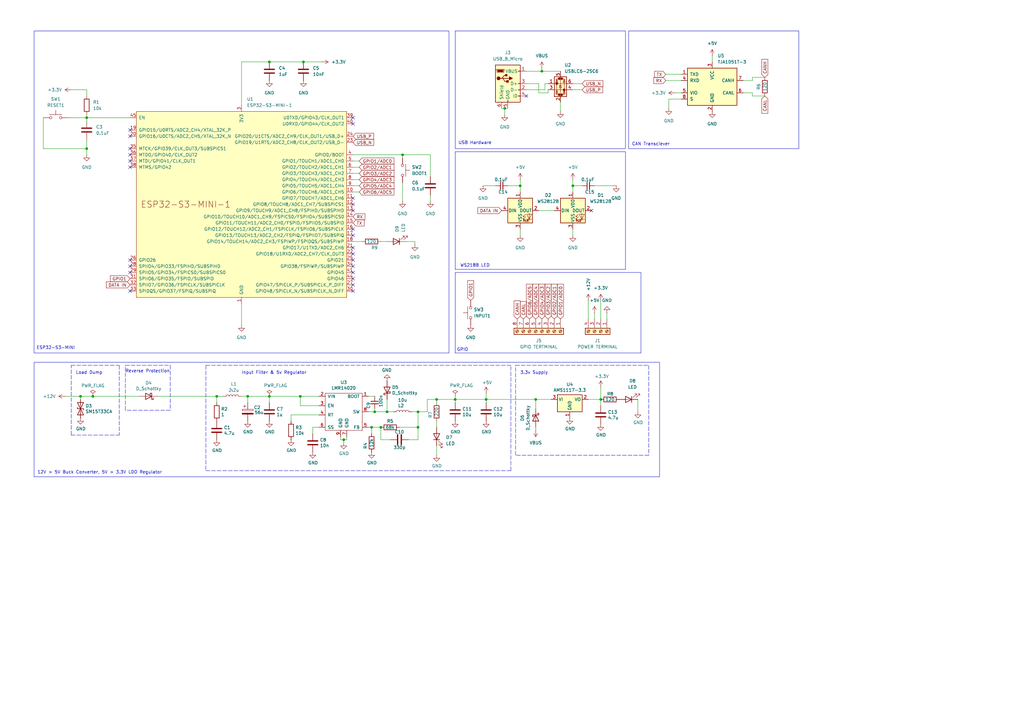
<source format=kicad_sch>
(kicad_sch (version 20231120) (generator "eeschema") (generator_version "8.0")
  (paper "A3")
  (lib_symbols
    (symbol "Connector:Screw_Terminal_01x04" (pin_names (offset 1.016) hide)
      (property "Reference" "J" (at 0 5.08 0))
      (property "Value" "Screw_Terminal_01x04" (at 0 -7.62 0))
      (symbol "Screw_Terminal_01x04_1_1"
        (pin passive line (at -5.08 2.54 0) (length 3.81) (name "Pin_1") (number "1"))
        (pin passive line (at -5.08 0 0) (length 3.81) (name "Pin_2") (number "2"))
        (pin passive line (at -5.08 -2.54 0) (length 3.81) (name "Pin_3") (number "3"))
        (pin passive line (at -5.08 -5.08 0) (length 3.81) (name "Pin_4") (number "4"))
      )
    )
    (symbol "Connector:Screw_Terminal_01x08" (pin_names (offset 1.016) hide)
      (property "Reference" "J" (at 0 10.16 0))
      (property "Value" "Screw_Terminal_01x08" (at 0 -12.7 0))
      (symbol "Screw_Terminal_01x08_1_1"
        (pin passive line (at -5.08 7.62 0) (length 3.81) (name "Pin_1") (number "1"))
        (pin passive line (at -5.08 5.08 0) (length 3.81) (name "Pin_2") (number "2"))
        (pin passive line (at -5.08 2.54 0) (length 3.81) (name "Pin_3") (number "3"))
        (pin passive line (at -5.08 0 0) (length 3.81) (name "Pin_4") (number "4"))
        (pin passive line (at -5.08 -2.54 0) (length 3.81) (name "Pin_5") (number "5"))
        (pin passive line (at -5.08 -5.08 0) (length 3.81) (name "Pin_6") (number "6"))
        (pin passive line (at -5.08 -7.62 0) (length 3.81) (name "Pin_7") (number "7"))
        (pin passive line (at -5.08 -10.16 0) (length 3.81) (name "Pin_8") (number "8"))
      )
    )
    (symbol "Connector:USB_B_Micro" (pin_names (offset 1.016))
      (property "Reference" "J" (at -5.08 11.43 0))
      (property "Value" "USB_B_Micro" (at -5.08 8.89 0))
      (symbol "USB_B_Micro_1_1"
        (pin power_out line (at 7.62 5.08 180) (length 2.54) (name "VBUS") (number "1"))
        (pin bidirectional line (at 7.62 -2.54 180) (length 2.54) (name "D-") (number "2"))
        (pin bidirectional line (at 7.62 0 180) (length 2.54) (name "D+") (number "3"))
        (pin passive line (at 7.62 -5.08 180) (length 2.54) (name "ID") (number "4"))
        (pin power_out line (at 0 -10.16 90) (length 2.54) (name "GND") (number "5"))
        (pin passive line (at -2.54 -10.16 90) (length 2.54) (name "Shield") (number "6"))
      )
    )
    (symbol "Device:C" (pin_numbers hide) (pin_names (offset 0.254))
      (property "Reference" "C" (at 0.635 2.54 0))
      (property "Value" "C" (at 0.635 -2.54 0))
      (symbol "C_1_1"
        (pin passive line (at 0 3.81 270) (length 2.794) (name "~") (number "1"))
        (pin passive line (at 0 -3.81 90) (length 2.794) (name "~") (number "2"))
      )
    )
    (symbol "Device:C_Polarized" (pin_numbers hide) (pin_names (offset 0.254))
      (property "Reference" "C" (at 0.635 2.54 0))
      (property "Value" "C_Polarized" (at 0.635 -2.54 0))
      (symbol "C_Polarized_1_1"
        (pin passive line (at 0 3.81 270) (length 2.794) (name "~") (number "1"))
        (pin passive line (at 0 -3.81 90) (length 2.794) (name "~") (number "2"))
      )
    )
    (symbol "Device:C_Small" (pin_numbers hide) (pin_names (offset 0.254) hide)
      (property "Reference" "C" (at 0.254 1.778 0))
      (property "Value" "C_Small" (at 0.254 -2.032 0))
      (symbol "C_Small_1_1"
        (pin passive line (at 0 2.54 270) (length 2.032) (name "~") (number "1"))
        (pin passive line (at 0 -2.54 90) (length 2.032) (name "~") (number "2"))
      )
    )
    (symbol "Device:D_Schottky" (pin_numbers hide) (pin_names (offset 1.016) hide)
      (property "Reference" "D" (at 0 2.54 0))
      (property "Value" "D_Schottky" (at 0 -2.54 0))
      (symbol "D_Schottky_1_1"
        (pin passive line (at -3.81 0 0) (length 2.54) (name "K") (number "1"))
        (pin passive line (at 3.81 0 180) (length 2.54) (name "A") (number "2"))
      )
    )
    (symbol "Device:D_TVS" (pin_numbers hide) (pin_names (offset 1.016) hide)
      (property "Reference" "D" (at 0 2.54 0))
      (property "Value" "D_TVS" (at 0 -2.54 0))
      (symbol "D_TVS_1_1"
        (pin passive line (at -3.81 0 0) (length 2.54) (name "A1") (number "1"))
        (pin passive line (at 3.81 0 180) (length 2.54) (name "A2") (number "2"))
      )
    )
    (symbol "Device:L" (pin_numbers hide) (pin_names (offset 1.016) hide)
      (property "Reference" "L" (at -1.27 0 90))
      (property "Value" "L" (at 1.905 0 90))
      (symbol "L_1_1"
        (pin passive line (at 0 3.81 270) (length 1.27) (name "1") (number "1"))
        (pin passive line (at 0 -3.81 90) (length 1.27) (name "2") (number "2"))
      )
    )
    (symbol "Device:LED" (pin_numbers hide) (pin_names (offset 1.016) hide)
      (property "Reference" "D" (at 0 2.54 0))
      (property "Value" "LED" (at 0 -2.54 0))
      (symbol "LED_1_1"
        (pin passive line (at -3.81 0 0) (length 2.54) (name "K") (number "1"))
        (pin passive line (at 3.81 0 180) (length 2.54) (name "A") (number "2"))
      )
    )
    (symbol "Device:R" (pin_numbers hide) (pin_names (offset 0))
      (property "Reference" "R" (at 2.032 0 90))
      (property "Value" "R" (at 0 0 90))
      (symbol "R_1_1"
        (pin passive line (at 0 3.81 270) (length 1.27) (name "~") (number "1"))
        (pin passive line (at 0 -3.81 90) (length 1.27) (name "~") (number "2"))
      )
    )
    (symbol "Interface_CAN_LIN:TJA1051T-3" (pin_names (offset 1.016))
      (property "Reference" "U" (at -10.16 8.89 0))
      (property "Value" "TJA1051T-3" (at 1.27 8.89 0))
      (symbol "TJA1051T-3_1_1"
        (pin input line (at -12.7 5.08 0) (length 2.54) (name "TXD") (number "1"))
        (pin power_in line (at 0 -10.16 90) (length 2.54) (name "GND") (number "2"))
        (pin power_in line (at 0 10.16 270) (length 2.54) (name "VCC") (number "3"))
        (pin output line (at -12.7 2.54 0) (length 2.54) (name "RXD") (number "4"))
        (pin power_in line (at -12.7 -2.54 0) (length 2.54) (name "VIO") (number "5"))
        (pin bidirectional line (at 12.7 -2.54 180) (length 2.54) (name "CANL") (number "6"))
        (pin bidirectional line (at 12.7 2.54 180) (length 2.54) (name "CANH") (number "7"))
        (pin input line (at -12.7 -5.08 0) (length 2.54) (name "S") (number "8"))
      )
    )
    (symbol "LED:WS2812B" (pin_names (offset 0.254))
      (property "Reference" "D" (at 5.08 5.715 0))
      (property "Value" "WS2812B" (at 1.27 -5.715 0))
      (symbol "WS2812B_0_0"
        (text "RGB" (at 2.286 -4.191 0) (effects (font (size 0.762 0.762))))
      )
      (symbol "WS2812B_1_1"
        (pin power_in line (at 0 7.62 270) (length 2.54) (name "VDD") (number "1"))
        (pin output line (at 7.62 0 180) (length 2.54) (name "DOUT") (number "2"))
        (pin power_in line (at 0 -7.62 90) (length 2.54) (name "VSS") (number "3"))
        (pin input line (at -7.62 0 0) (length 2.54) (name "DIN") (number "4"))
      )
    )
    (symbol "LMR14020:LMR14020" (pin_names (offset 1.016))
      (property "Reference" "U" (at -3.81 -11.43 0))
      (property "Value" "LMR14020" (at 2.54 8.89 0))
      (symbol "LMR14020_1_1"
        (pin bidirectional line (at 12.7 5.08 180) (length 2.54) (name "BOOT") (number "1"))
        (pin power_in line (at -7.62 5.08 0) (length 2.54) (name "VIN") (number "2"))
        (pin input line (at -7.62 1.27 0) (length 2.54) (name "EN") (number "3"))
        (pin bidirectional line (at -7.62 -2.54 0) (length 2.54) (name "RT") (number "4"))
        (pin input line (at 12.7 -7.62 180) (length 2.54) (name "FB") (number "5"))
        (pin bidirectional line (at -7.62 -7.62 0) (length 2.54) (name "SS") (number "6"))
        (pin power_in line (at 3.81 -11.43 90) (length 2.54) (name "GND") (number "7"))
        (pin power_out line (at 12.7 -1.27 180) (length 2.54) (name "SW") (number "8"))
        (pin power_in line (at 1.27 -11.43 90) (length 2.54) (name "GND") (number "9"))
      )
    )
    (symbol "PCM_Espressif:ESP32-S3-MINI-1" (pin_names (offset 1.016))
      (property "Reference" "U" (at -43.18 43.18 0))
      (property "Value" "ESP32-S3-MINI-1" (at -43.18 40.64 0))
      (symbol "ESP32-S3-MINI-1_0_0"
        (text "ESP32-S3-MINI-1" (at -22.86 0 0) (effects (font (size 2.54 2.54))))
        (pin power_in line (at 0 -40.64 90) (length 2.54) (name "GND") (number "1"))
        (pin bidirectional line (at 45.72 5.08 180) (length 2.54) (name "GPIO6/TOUCH6/ADC1_CH5") (number "10"))
        (pin bidirectional line (at 45.72 2.54 180) (length 2.54) (name "GPIO7/TOUCH7/ADC1_CH6") (number "11"))
        (pin bidirectional line (at 45.72 0 180) (length 2.54) (name "GPIO8/TOUCH8/ADC1_CH7/SUBSPICS1") (number "12"))
        (pin bidirectional line (at 45.72 -2.54 180) (length 2.54) (name "GPIO9/TOUCH9/ADC1_CH8/FSPIHD/SUBSPIHD") (number "13"))
        (pin bidirectional line (at 45.72 -5.08 180) (length 2.54) (name "GPIO10/TOUCH10/ADC1_CH9/FSPICS0/FSPIIO4/SUBSPICS0") (number "14"))
        (pin bidirectional line (at 45.72 -7.62 180) (length 2.54) (name "GPIO11/TOUCH11/ADC2_CH0/FSPID/FSPIIO5/SUBSPID") (number "15"))
        (pin bidirectional line (at 45.72 -10.16 180) (length 2.54) (name "GPIO12/TOUCH12/ADC2_CH1/FSPICLK/FSPIIO6/SUBSPICLK") (number "16"))
        (pin bidirectional line (at 45.72 -12.7 180) (length 2.54) (name "GPIO13/TOUCH13/ADC2_CH2/FSPIQ/FSPIIO7/SUBSPIQ") (number "17"))
        (pin bidirectional line (at 45.72 -15.24 180) (length 2.54) (name "GPIO14/TOUCH14/ADC2_CH3/FSPIWP/FSPIDQS/SUBSPIWP") (number "18"))
        (pin bidirectional line (at -45.72 30.48 0) (length 2.54) (name "GPIO15/U0RTS/ADC2_CH4/XTAL_32K_P") (number "19"))
        (pin passive line (at 0 -40.64 90) (length 2.54) hide (name "GND") (number "2"))
        (pin bidirectional line (at -45.72 27.94 0) (length 2.54) (name "GPIO16/U0CTS/ADC2_CH5/XTAL_32K_N") (number "20"))
        (pin bidirectional line (at 45.72 -17.78 180) (length 2.54) (name "GPIO17/U1TXD/ADC2_CH6") (number "21"))
        (pin bidirectional line (at 45.72 -20.32 180) (length 2.54) (name "GPIO18/U1RXD/ADC2_CH7/CLK_OUT3") (number "22"))
        (pin bidirectional line (at 45.72 25.4 180) (length 2.54) (name "GPIO19/U1RTS/ADC2_CH8/CLK_OUT2/USB_D-") (number "23"))
        (pin bidirectional line (at 45.72 27.94 180) (length 2.54) (name "GPIO20/U1CTS/ADC2_CH9/CLK_OUT1/USB_D+") (number "24"))
        (pin bidirectional line (at 45.72 -22.86 180) (length 2.54) (name "GPIO21") (number "25"))
        (pin bidirectional line (at -45.72 -22.86 0) (length 2.54) (name "GPIO26") (number "26"))
        (pin bidirectional line (at 45.72 -33.02 180) (length 2.54) (name "GPIO47/SPICLK_P/SUBSPICLK_P_DIFF") (number "27"))
        (pin bidirectional line (at -45.72 -25.4 0) (length 2.54) (name "SPIIO4/GPIO33/FSPIHD/SUBSPIHD") (number "28"))
        (pin bidirectional line (at -45.72 -27.94 0) (length 2.54) (name "SPIIO5/GPIO34/FSPICS0/SUBSPICS0") (number "29"))
        (pin power_in line (at 0 40.64 270) (length 2.54) (name "3V3") (number "3"))
        (pin bidirectional line (at 45.72 -35.56 180) (length 2.54) (name "GPIO48/SPICLK_N/SUBSPICLK_N_DIFF") (number "30"))
        (pin bidirectional line (at -45.72 -30.48 0) (length 2.54) (name "SPIIO6/GPIO35/FSPID/SUBSPID") (number "31"))
        (pin bidirectional line (at -45.72 -33.02 0) (length 2.54) (name "SPIIO7/GPIO36/FSPICLK/SUBSPICLK") (number "32"))
        (pin bidirectional line (at -45.72 -35.56 0) (length 2.54) (name "SPIDQS/GPIO37/FSPIQ/SUBSPIQ") (number "33"))
        (pin bidirectional line (at 45.72 -25.4 180) (length 2.54) (name "GPIO38/FSPIWP/SUBSPIWP") (number "34"))
        (pin bidirectional line (at -45.72 22.86 0) (length 2.54) (name "MTCK/GPIO39/CLK_OUT3/SUBSPICS1") (number "35"))
        (pin bidirectional line (at -45.72 20.32 0) (length 2.54) (name "MTDO/GPIO40/CLK_OUT2") (number "36"))
        (pin bidirectional line (at -45.72 17.78 0) (length 2.54) (name "MTDI/GPIO41/CLK_OUT1") (number "37"))
        (pin bidirectional line (at -45.72 15.24 0) (length 2.54) (name "MTMS/GPIO42") (number "38"))
        (pin bidirectional line (at 45.72 35.56 180) (length 2.54) (name "U0TXD/GPIO43/CLK_OUT1") (number "39"))
        (pin bidirectional line (at 45.72 20.32 180) (length 2.54) (name "GPIO0/BOOT") (number "4"))
        (pin bidirectional line (at 45.72 33.02 180) (length 2.54) (name "U0RXD/GPIO44/CLK_OUT2") (number "40"))
        (pin bidirectional line (at 45.72 -27.94 180) (length 2.54) (name "GPIO45") (number "41"))
        (pin passive line (at 0 -40.64 90) (length 2.54) hide (name "GND") (number "42"))
        (pin passive line (at 0 -40.64 90) (length 2.54) hide (name "GND") (number "43"))
        (pin bidirectional line (at 45.72 -30.48 180) (length 2.54) (name "GPIO46") (number "44"))
        (pin input line (at -45.72 35.56 0) (length 2.54) (name "EN") (number "45"))
        (pin passive line (at 0 -40.64 90) (length 2.54) hide (name "GND") (number "46"))
        (pin passive line (at 0 -40.64 90) (length 2.54) hide (name "GND") (number "47"))
        (pin passive line (at 0 -40.64 90) (length 2.54) hide (name "GND") (number "48"))
        (pin passive line (at 0 -40.64 90) (length 2.54) hide (name "GND") (number "49"))
        (pin bidirectional line (at 45.72 17.78 180) (length 2.54) (name "GPIO1/TOUCH1/ADC1_CH0") (number "5"))
        (pin passive line (at 0 -40.64 90) (length 2.54) hide (name "GND") (number "50"))
        (pin passive line (at 0 -40.64 90) (length 2.54) hide (name "GND") (number "51"))
        (pin passive line (at 0 -40.64 90) (length 2.54) hide (name "GND") (number "52"))
        (pin passive line (at 0 -40.64 90) (length 2.54) hide (name "GND") (number "53"))
        (pin passive line (at 0 -40.64 90) (length 2.54) hide (name "GND") (number "54"))
        (pin passive line (at 0 -40.64 90) (length 2.54) hide (name "GND") (number "55"))
        (pin passive line (at 0 -40.64 90) (length 2.54) hide (name "GND") (number "56"))
        (pin passive line (at 0 -40.64 90) (length 2.54) hide (name "GND") (number "57"))
        (pin passive line (at 0 -40.64 90) (length 2.54) hide (name "GND") (number "58"))
        (pin passive line (at 0 -40.64 90) (length 2.54) hide (name "GND") (number "59"))
        (pin bidirectional line (at 45.72 15.24 180) (length 2.54) (name "GPIO2/TOUCH2/ADC1_CH1") (number "6"))
        (pin passive line (at 0 -40.64 90) (length 2.54) hide (name "GND") (number "60"))
        (pin passive line (at 0 -40.64 90) (length 2.54) hide (name "GND") (number "61"))
        (pin passive line (at 0 -40.64 90) (length 2.54) hide (name "GND") (number "62"))
        (pin passive line (at 0 -40.64 90) (length 2.54) hide (name "GND") (number "63"))
        (pin passive line (at 0 -40.64 90) (length 2.54) hide (name "GND") (number "64"))
        (pin passive line (at 0 -40.64 90) (length 2.54) hide (name "GND") (number "65"))
        (pin bidirectional line (at 45.72 12.7 180) (length 2.54) (name "GPIO3/TOUCH3/ADC1_CH2") (number "7"))
        (pin bidirectional line (at 45.72 10.16 180) (length 2.54) (name "GPIO4/TOUCH4/ADC1_CH3") (number "8"))
        (pin bidirectional line (at 45.72 7.62 180) (length 2.54) (name "GPIO5/TOUCH5/ADC1_CH4") (number "9"))
      )
    )
    (symbol "Power_Protection:USBLC6-2SC6" (pin_names hide)
      (property "Reference" "U" (at 0.635 5.715 0))
      (property "Value" "USBLC6-2SC6" (at 0.635 3.81 0))
      (symbol "USBLC6-2SC6_1_1"
        (pin passive line (at -5.08 0 0) (length 2.54) (name "I/O1") (number "1"))
        (pin passive line (at 0 -7.62 90) (length 2.54) (name "GND") (number "2"))
        (pin passive line (at -5.08 -2.54 0) (length 2.54) (name "I/O2") (number "3"))
        (pin passive line (at 5.08 -2.54 180) (length 2.54) (name "I/O2") (number "4"))
        (pin passive line (at 0 5.08 270) (length 2.54) (name "VBUS") (number "5"))
        (pin passive line (at 5.08 0 180) (length 2.54) (name "I/O1") (number "6"))
      )
    )
    (symbol "Regulator_Linear:AMS1117-3.3"
      (property "Reference" "U" (at -3.81 3.175 0))
      (property "Value" "AMS1117-3.3" (at 0 3.175 0))
      (symbol "AMS1117-3.3_1_1"
        (pin power_in line (at 0 -7.62 90) (length 2.54) (name "GND") (number "1"))
        (pin power_out line (at 7.62 0 180) (length 2.54) (name "VO") (number "2"))
        (pin power_in line (at -7.62 0 0) (length 2.54) (name "VI") (number "3"))
      )
    )
    (symbol "Switch:SW_Push" (pin_numbers hide) (pin_names (offset 1.016) hide)
      (property "Reference" "SW" (at 1.27 2.54 0))
      (property "Value" "SW_Push" (at 0 -1.524 0))
      (symbol "SW_Push_0_1"
        (pin passive line (at -5.08 0 0) (length 2.54) (name "1") (number "1"))
        (pin passive line (at 5.08 0 180) (length 2.54) (name "2") (number "2"))
      )
    )
    (symbol "power:+12V" (power) (pin_numbers hide) (pin_names (offset 0) hide)
      (property "Value" "+12V" (at 0 3.556 0))
      (symbol "+12V_1_1"
        (pin power_in line (at 0 0 90) (length 0) (name "~") (number "1"))
      )
    )
    (symbol "power:+3.3V" (power) (pin_numbers hide) (pin_names (offset 0) hide)
      (property "Value" "+3.3V" (at 0 3.556 0))
      (symbol "+3.3V_1_1"
        (pin power_in line (at 0 0 90) (length 0) (name "~") (number "1"))
      )
    )
    (symbol "power:+5V" (power) (pin_numbers hide) (pin_names (offset 0) hide)
      (property "Value" "+5V" (at 0 3.556 0))
      (symbol "+5V_1_1"
        (pin power_in line (at 0 0 90) (length 0) (name "~") (number "1"))
      )
    )
    (symbol "power:GND" (power) (pin_numbers hide) (pin_names (offset 0) hide)
      (property "Value" "GND" (at 0 -3.81 0))
      (symbol "GND_1_1"
        (pin power_in line (at 0 0 270) (length 0) (name "~") (number "1"))
      )
    )
    (symbol "power:PWR_FLAG" (power) (pin_numbers hide) (pin_names (offset 0) hide)
      (property "Value" "PWR_FLAG" (at 0 3.81 0))
      (symbol "PWR_FLAG_0_0"
        (pin power_out line (at 0 0 90) (length 0) (name "~") (number "1"))
      )
    )
  )
  (junction (at 152.4 175.26))
  (junction (at 110.49 162.56))
  (junction (at 199.39 163.83))
  (junction (at 123.19 162.56))
  (junction (at 246.38 163.83))
  (junction (at 153.67 168.91))
  (junction (at 213.36 76.2))
  (junction (at 124.46 25.4))
  (junction (at 35.56 48.26))
  (junction (at 110.49 25.4))
  (junction (at 222.25 29.21))
  (junction (at 171.45 175.26))
  (junction (at 186.69 163.83))
  (junction (at 234.95 76.2))
  (junction (at 158.75 168.91))
  (junction (at 140.97 180.34))
  (junction (at 38.1 162.56))
  (junction (at 35.56 60.96))
  (junction (at 165.1 63.5))
  (junction (at 207.01 44.45))
  (junction (at 156.21 175.26))
  (junction (at 171.45 168.91))
  (junction (at 219.71 163.83))
  (junction (at 179.07 163.83))
  (junction (at 88.9 162.56))
  (junction (at 101.6 162.56))
  (junction (at 33.02 162.56))
  (no_connect (at 215.9 39.37))
  (no_connect (at 144.78 81.28))
  (no_connect (at 53.34 119.38))
  (no_connect (at 144.78 93.98))
  (no_connect (at 53.34 55.88))
  (no_connect (at 144.78 101.6))
  (no_connect (at 53.34 66.04))
  (no_connect (at 53.34 53.34))
  (no_connect (at 53.34 63.5))
  (no_connect (at 53.34 111.76))
  (no_connect (at 144.78 50.8))
  (no_connect (at 144.78 104.14))
  (no_connect (at 144.78 114.3))
  (no_connect (at 144.78 111.76))
  (no_connect (at 144.78 109.22))
  (no_connect (at 53.34 60.96))
  (no_connect (at 144.78 48.26))
  (no_connect (at 144.78 83.82))
  (no_connect (at 53.34 68.58))
  (no_connect (at 144.78 96.52))
  (no_connect (at 144.78 116.84))
  (no_connect (at 53.34 106.68))
  (no_connect (at 144.78 119.38))
  (no_connect (at 53.34 109.22))
  (no_connect (at 144.78 106.68))
  (no_connect (at 144.78 86.36))
  (no_connect (at 242.57 86.36))
  (wire (pts (xy 186.69 163.83) (xy 186.69 162.56)))
  (wire (pts (xy 175.26 163.83) (xy 179.07 163.83)))
  (wire (pts (xy 35.56 57.15) (xy 35.56 60.96)))
  (wire (pts (xy 17.78 60.96) (xy 35.56 60.96)))
  (wire (pts (xy 33.02 162.56) (xy 33.02 163.83)))
  (wire (pts (xy 246.38 158.75) (xy 246.38 163.83)))
  (wire (pts (xy 144.78 76.2) (xy 147.32 76.2)))
  (polyline (pts (xy 48.895 149.86) (xy 48.895 178.435)) (stroke (width 0) (type dash)))
  (wire (pts (xy 128.27 175.26) (xy 130.81 175.26)))
  (polyline (pts (xy 29.21 178.435) (xy 29.21 149.86)) (stroke (width 0) (type dash)))
  (wire (pts (xy 99.06 124.46) (xy 99.06 133.35)))
  (wire (pts (xy 274.32 40.64) (xy 274.32 44.45)))
  (wire (pts (xy 215.9 34.29) (xy 220.98 34.29)))
  (wire (pts (xy 17.78 48.26) (xy 17.78 60.96)))
  (wire (pts (xy 101.6 162.56) (xy 101.6 165.1)))
  (wire (pts (xy 179.07 163.83) (xy 179.07 165.1)))
  (wire (pts (xy 219.71 163.83) (xy 219.71 167.64)))
  (wire (pts (xy 171.45 168.91) (xy 175.26 168.91)))
  (wire (pts (xy 243.84 76.2) (xy 252.73 76.2)))
  (wire (pts (xy 241.3 123.19) (xy 241.3 130.81)))
  (wire (pts (xy 142.24 180.34) (xy 142.24 179.07)))
  (wire (pts (xy 139.7 180.34) (xy 140.97 180.34)))
  (wire (pts (xy 158.75 163.83) (xy 158.75 168.91)))
  (wire (pts (xy 222.25 29.21) (xy 229.87 29.21)))
  (wire (pts (xy 35.56 46.99) (xy 35.56 48.26)))
  (wire (pts (xy 234.95 73.66) (xy 234.95 76.2)))
  (polyline (pts (xy 69.85 168.275) (xy 51.435 168.275)) (stroke (width 0) (type dash)))
  (wire (pts (xy 234.95 76.2) (xy 238.76 76.2)))
  (wire (pts (xy 165.1 74.93) (xy 165.1 82.55)))
  (wire (pts (xy 144.78 68.58) (xy 147.32 68.58)))
  (wire (pts (xy 132.08 25.4) (xy 124.46 25.4)))
  (wire (pts (xy 153.67 168.91) (xy 158.75 168.91)))
  (wire (pts (xy 176.53 80.01) (xy 176.53 82.55)))
  (wire (pts (xy 26.67 162.56) (xy 33.02 162.56)))
  (wire (pts (xy 220.98 86.36) (xy 227.33 86.36)))
  (wire (pts (xy 246.38 123.19) (xy 246.38 130.81)))
  (wire (pts (xy 234.95 93.98) (xy 234.95 96.52)))
  (wire (pts (xy 156.21 99.06) (xy 158.75 99.06)))
  (wire (pts (xy 308.61 39.37) (xy 313.69 39.37)))
  (wire (pts (xy 99.06 25.4) (xy 110.49 25.4)))
  (wire (pts (xy 199.39 163.83) (xy 199.39 165.1)))
  (wire (pts (xy 35.56 48.26) (xy 53.34 48.26)))
  (wire (pts (xy 198.12 76.2) (xy 203.2 76.2)))
  (wire (pts (xy 223.52 34.29) (xy 224.79 34.29)))
  (wire (pts (xy 151.13 175.26) (xy 152.4 175.26)))
  (wire (pts (xy 243.84 128.27) (xy 243.84 130.81)))
  (wire (pts (xy 222.25 27.94) (xy 222.25 29.21)))
  (wire (pts (xy 308.61 31.75) (xy 313.69 31.75)))
  (wire (pts (xy 128.27 177.8) (xy 128.27 175.26)))
  (wire (pts (xy 248.92 128.27) (xy 248.92 130.81)))
  (wire (pts (xy 308.61 38.1) (xy 308.61 39.37)))
  (wire (pts (xy 144.78 73.66) (xy 147.32 73.66)))
  (polyline (pts (xy 51.435 168.275) (xy 51.435 149.86)) (stroke (width 0) (type dash)))
  (wire (pts (xy 186.69 163.83) (xy 199.39 163.83)))
  (wire (pts (xy 110.49 162.56) (xy 123.19 162.56)))
  (wire (pts (xy 123.19 166.37) (xy 130.81 166.37)))
  (wire (pts (xy 153.67 167.64) (xy 153.67 168.91)))
  (polyline (pts (xy 69.85 149.86) (xy 69.85 168.275)) (stroke (width 0) (type dash)))
  (wire (pts (xy 123.19 162.56) (xy 123.19 166.37)))
  (wire (pts (xy 171.45 175.26) (xy 171.45 180.34)))
  (wire (pts (xy 276.86 38.1) (xy 279.4 38.1)))
  (wire (pts (xy 304.8 33.02) (xy 308.61 33.02)))
  (polyline (pts (xy 266.065 186.69) (xy 211.455 186.69)) (stroke (width 0) (type dash)))
  (wire (pts (xy 213.36 93.98) (xy 213.36 96.52)))
  (wire (pts (xy 33.02 162.56) (xy 38.1 162.56)))
  (wire (pts (xy 220.98 38.1) (xy 224.79 38.1)))
  (polyline (pts (xy 209.55 193.04) (xy 209.55 149.86)) (stroke (width 0) (type dash)))
  (polyline (pts (xy 211.455 186.69) (xy 211.455 149.86)) (stroke (width 0) (type dash)))
  (wire (pts (xy 99.06 162.56) (xy 101.6 162.56)))
  (wire (pts (xy 35.56 63.5) (xy 35.56 60.96)))
  (wire (pts (xy 199.39 161.29) (xy 199.39 163.83)))
  (wire (pts (xy 140.97 181.61) (xy 140.97 180.34)))
  (polyline (pts (xy 84.455 149.86) (xy 84.455 193.04)) (stroke (width 0) (type dash)))
  (wire (pts (xy 170.18 99.06) (xy 170.18 100.33)))
  (wire (pts (xy 229.87 41.91) (xy 229.87 45.72)))
  (wire (pts (xy 64.77 162.56) (xy 88.9 162.56)))
  (wire (pts (xy 308.61 33.02) (xy 308.61 31.75)))
  (wire (pts (xy 119.38 170.18) (xy 130.81 170.18)))
  (wire (pts (xy 151.13 168.91) (xy 153.67 168.91)))
  (wire (pts (xy 176.53 63.5) (xy 176.53 72.39)))
  (wire (pts (xy 304.8 38.1) (xy 308.61 38.1)))
  (wire (pts (xy 246.38 163.83) (xy 246.38 166.37)))
  (wire (pts (xy 110.49 162.56) (xy 110.49 165.1)))
  (wire (pts (xy 224.79 38.1) (xy 224.79 36.83)))
  (wire (pts (xy 199.39 163.83) (xy 219.71 163.83)))
  (wire (pts (xy 139.7 179.07) (xy 139.7 180.34)))
  (wire (pts (xy 35.56 36.83) (xy 35.56 39.37)))
  (wire (pts (xy 175.26 168.91) (xy 175.26 163.83)))
  (wire (pts (xy 208.28 76.2) (xy 213.36 76.2)))
  (wire (pts (xy 179.07 182.88) (xy 179.07 186.69)))
  (wire (pts (xy 123.19 162.56) (xy 130.81 162.56)))
  (wire (pts (xy 213.36 73.66) (xy 213.36 76.2)))
  (wire (pts (xy 234.95 34.29) (xy 238.76 34.29)))
  (wire (pts (xy 160.02 180.34) (xy 156.21 180.34)))
  (wire (pts (xy 152.4 175.26) (xy 156.21 175.26)))
  (wire (pts (xy 171.45 180.34) (xy 167.64 180.34)))
  (wire (pts (xy 215.9 36.83) (xy 223.52 36.83)))
  (wire (pts (xy 273.05 30.48) (xy 279.4 30.48)))
  (wire (pts (xy 179.07 163.83) (xy 186.69 163.83)))
  (wire (pts (xy 219.71 163.83) (xy 226.06 163.83)))
  (wire (pts (xy 207.01 44.45) (xy 208.28 44.45)))
  (wire (pts (xy 158.75 168.91) (xy 161.29 168.91)))
  (wire (pts (xy 144.78 78.74) (xy 147.32 78.74)))
  (wire (pts (xy 27.94 48.26) (xy 35.56 48.26)))
  (wire (pts (xy 144.78 63.5) (xy 165.1 63.5)))
  (wire (pts (xy 29.21 36.83) (xy 35.56 36.83)))
  (wire (pts (xy 119.38 172.72) (xy 119.38 170.18)))
  (wire (pts (xy 234.95 76.2) (xy 234.95 78.74)))
  (wire (pts (xy 88.9 162.56) (xy 88.9 165.1)))
  (polyline (pts (xy 266.065 149.86) (xy 266.065 186.69)) (stroke (width 0) (type dash)))
  (wire (pts (xy 140.97 180.34) (xy 142.24 180.34)))
  (wire (pts (xy 99.06 43.18) (xy 99.06 25.4)))
  (wire (pts (xy 166.37 99.06) (xy 170.18 99.06)))
  (wire (pts (xy 273.05 33.02) (xy 279.4 33.02)))
  (wire (pts (xy 220.98 34.29) (xy 220.98 38.1)))
  (wire (pts (xy 165.1 63.5) (xy 176.53 63.5)))
  (wire (pts (xy 179.07 172.72) (xy 179.07 175.26)))
  (wire (pts (xy 223.52 36.83) (xy 223.52 34.29)))
  (wire (pts (xy 144.78 71.12) (xy 147.32 71.12)))
  (wire (pts (xy 279.4 40.64) (xy 274.32 40.64)))
  (wire (pts (xy 241.3 163.83) (xy 246.38 163.83)))
  (wire (pts (xy 163.83 175.26) (xy 171.45 175.26)))
  (wire (pts (xy 207.01 44.45) (xy 207.01 46.99)))
  (wire (pts (xy 124.46 25.4) (xy 110.49 25.4)))
  (wire (pts (xy 152.4 175.26) (xy 152.4 177.8)))
  (wire (pts (xy 292.1 22.86) (xy 292.1 25.4)))
  (wire (pts (xy 234.95 36.83) (xy 238.76 36.83)))
  (wire (pts (xy 144.78 66.04) (xy 147.32 66.04)))
  (polyline (pts (xy 209.55 149.86) (xy 84.455 149.86)) (stroke (width 0) (type dash)))
  (wire (pts (xy 186.69 163.83) (xy 186.69 165.1)))
  (wire (pts (xy 101.6 162.56) (xy 110.49 162.56)))
  (wire (pts (xy 156.21 180.34) (xy 156.21 175.26)))
  (wire (pts (xy 165.1 63.5) (xy 165.1 64.77)))
  (wire (pts (xy 168.91 168.91) (xy 171.45 168.91)))
  (wire (pts (xy 215.9 29.21) (xy 222.25 29.21)))
  (wire (pts (xy 35.56 49.53) (xy 35.56 48.26)))
  (wire (pts (xy 219.71 175.26) (xy 219.71 176.53)))
  (polyline (pts (xy 29.21 149.86) (xy 48.895 149.86)) (stroke (width 0) (type dash)))
  (wire (pts (xy 205.74 44.45) (xy 207.01 44.45)))
  (wire (pts (xy 151.13 162.56) (xy 153.67 162.56)))
  (polyline (pts (xy 29.21 178.435) (xy 48.895 178.435)) (stroke (width 0) (type dash)))
  (wire (pts (xy 213.36 76.2) (xy 213.36 78.74)))
  (polyline (pts (xy 84.455 193.04) (xy 209.55 193.04)) (stroke (width 0) (type dash)))
  (polyline (pts (xy 51.435 149.86) (xy 69.85 149.86)) (stroke (width 0) (type dash)))
  (polyline (pts (xy 211.455 149.86) (xy 266.065 149.86)) (stroke (width 0) (type dash)))
  (wire (pts (xy 171.45 175.26) (xy 171.45 168.91)))
  (wire (pts (xy 261.62 163.83) (xy 261.62 168.91)))
  (wire (pts (xy 88.9 162.56) (xy 91.44 162.56)))
  (wire (pts (xy 57.15 162.56) (xy 38.1 162.56)))
  (wire (pts (xy 144.78 99.06) (xy 148.59 99.06)))
  (rectangle (start 13.97 148.59) (end 270.51 195.58))
  (rectangle (start 186.69 12.7) (end 256.54 60.96))
  (rectangle (start 13.97 12.7) (end 184.15 144.78))
  (rectangle (start 186.69 111.76) (end 262.89 144.78))
  (rectangle (start 257.81 12.7) (end 327.66 60.96))
  (rectangle (start 186.69 62.23) (end 256.54 110.49))
  (text "GPIO\n" (at 189.738 143.51 0) (effects (font (size 1.27 1.27))))
  (text "Input Filter & 5v Regulator" (at 99.06 153.67 0) (effects (font (size 1.27 1.27)) (justify left bottom)))
  (text "Reverse Protection" (at 51.435 153.035 0) (effects (font (size 1.27 1.27)) (justify left bottom)))
  (text "WS218B LED\n" (at 194.818 108.966 0) (effects (font (size 1.27 1.27))))
  (text "3.3v Supply" (at 213.36 153.67 0) (effects (font (size 1.27 1.27)) (justify left bottom)))
  (text "12V > 5V Buck Converter, 5V > 3.3V LDO Regulator" (at 40.894 193.802 0) (effects (font (size 1.27 1.27))))
  (text "Load Dump" (at 31.115 153.67 0) (effects (font (size 1.27 1.27)) (justify left bottom)))
  (text "ESP32-S3-MINI\n" (at 22.86 142.748 0) (effects (font (size 1.27 1.27))))
  (text "CAN Transciever" (at 266.954 59.182 0) (effects (font (size 1.27 1.27))))
  (text "USB Hardware" (at 194.818 58.674 0) (effects (font (size 1.27 1.27))))
  (global_label "USB_P" (shape input) (at 238.76 36.83 0) (property "Intersheetrefs" "USB_P" (effects (hide yes))))
  (global_label "USB_N" (shape input) (at 238.76 34.29 0) (property "Intersheetrefs" "USB_N" (effects (hide yes))))
  (global_label "DATA IN" (shape input) (at 53.34 116.84 180) (property "Intersheetrefs" "${INTERSHEET_REFS}" (effects (hide yes))))
  (global_label "GPIO5{slash}ADC4" (shape input) (at 219.71 130.81 90) (property "Intersheetrefs" "${INTERSHEET_REFS}" (effects (hide yes))))
  (global_label "GPIO6{slash}ADC5" (shape input) (at 217.17 130.81 90) (property "Intersheetrefs" "${INTERSHEET_REFS}" (effects (hide yes))))
  (global_label "RX" (shape input) (at 273.05 33.02 180) (property "Intersheetrefs" "${INTERSHEET_REFS}" (effects (hide yes))))
  (global_label "GPIO5{slash}ADC4" (shape input) (at 147.32 76.2 0) (property "Intersheetrefs" "${INTERSHEET_REFS}" (effects (hide yes))))
  (global_label "GPIO6{slash}ADC5" (shape input) (at 147.32 78.74 0) (property "Intersheetrefs" "${INTERSHEET_REFS}" (effects (hide yes))))
  (global_label "GPIO3{slash}ADC2" (shape input) (at 224.79 130.81 90) (property "Intersheetrefs" "${INTERSHEET_REFS}" (effects (hide yes))))
  (global_label "USB_P" (shape input) (at 144.78 55.88 0) (property "Intersheetrefs" "USB_P" (effects (hide yes))))
  (global_label "GPIO1" (shape input) (at 193.04 123.19 90) (property "Intersheetrefs" "${INTERSHEET_REFS}" (effects (hide yes))))
  (global_label "CANH" (shape input) (at 313.69 31.75 90) (property "Intersheetrefs" "${INTERSHEET_REFS}" (effects (hide yes))))
  (global_label "GPIO1{slash}ADC0" (shape input) (at 147.32 66.04 0) (property "Intersheetrefs" "${INTERSHEET_REFS}" (effects (hide yes))))
  (global_label "CANL" (shape input) (at 313.69 39.37 270) (property "Intersheetrefs" "${INTERSHEET_REFS}" (effects (hide yes))))
  (global_label "GPIO4{slash}ADC3" (shape input) (at 222.25 130.81 90) (property "Intersheetrefs" "${INTERSHEET_REFS}" (effects (hide yes))))
  (global_label "GPIO2{slash}ADC1" (shape input) (at 227.33 130.81 90) (property "Intersheetrefs" "${INTERSHEET_REFS}" (effects (hide yes))))
  (global_label "DATA IN" (shape input) (at 205.74 86.36 180) (property "Intersheetrefs" "${INTERSHEET_REFS}" (effects (hide yes))))
  (global_label "USB_N" (shape input) (at 144.78 58.42 0) (property "Intersheetrefs" "USB_N" (effects (hide yes))))
  (global_label "CANH" (shape input) (at 212.09 130.81 90) (property "Intersheetrefs" "${INTERSHEET_REFS}" (effects (hide yes))))
  (global_label "RX" (shape input) (at 144.78 88.9 0) (property "Intersheetrefs" "${INTERSHEET_REFS}" (effects (hide yes))))
  (global_label "TX" (shape input) (at 273.05 30.48 180) (property "Intersheetrefs" "${INTERSHEET_REFS}" (effects (hide yes))))
  (global_label "GPIO3{slash}ADC2" (shape input) (at 147.32 71.12 0) (property "Intersheetrefs" "${INTERSHEET_REFS}" (effects (hide yes))))
  (global_label "GPIO1" (shape input) (at 53.34 114.3 180) (property "Intersheetrefs" "${INTERSHEET_REFS}" (effects (hide yes))))
  (global_label "CANL" (shape input) (at 214.63 130.81 90) (property "Intersheetrefs" "${INTERSHEET_REFS}" (effects (hide yes))))
  (global_label "GPIO4{slash}ADC3" (shape input) (at 147.32 73.66 0) (property "Intersheetrefs" "${INTERSHEET_REFS}" (effects (hide yes))))
  (global_label "GPIO1{slash}ADC0" (shape input) (at 229.87 130.81 90) (property "Intersheetrefs" "${INTERSHEET_REFS}" (effects (hide yes))))
  (global_label "TX" (shape input) (at 144.78 91.44 0) (property "Intersheetrefs" "${INTERSHEET_REFS}" (effects (hide yes))))
  (global_label "GPIO2{slash}ADC1" (shape input) (at 147.32 68.58 0) (property "Intersheetrefs" "${INTERSHEET_REFS}" (effects (hide yes))))
  (symbol (lib_id "power:GND") (at 101.6 172.72 0) (unit 1)
    (property "Reference" "#PWR06" (effects (hide yes)))
    (property "Value" "GND" (at 101.727 177.1142 0))
  )
  (symbol (lib_id "Switch:SW_Push") (at 165.1 69.85 270) (unit 1)
    (property "Reference" "SW2" (at 168.91 68.5799 90) (effects (justify left)))
    (property "Value" "BOOT1" (at 168.91 71.1199 90) (effects (justify left)))
    (property "Footprint" "Button_Switch_SMD:SW_SPST_TL3342" (effects (hide yes)))
    (property "Description" "Push button switch, generic, two pins" (effects (hide yes)))
  )
  (symbol (lib_id "power:PWR_FLAG") (at 38.1 162.56 0) (unit 1)
    (property "Reference" "#FLG02" (effects (hide yes)))
    (property "Value" "PWR_FLAG" (at 38.1 158.1658 0))
  )
  (symbol (lib_id "LED:WS2812B") (at 213.36 86.36 0) (unit 1)
    (property "Reference" "D2" (at 224.79 80.0414 0))
    (property "Value" "WS2812B" (at 224.79 82.5814 0))
    (property "Footprint" "LED_SMD:LED_WS2812B_PLCC4_5.0x5.0mm_P3.2mm" (effects (hide yes)))
    (property "Datasheet" "https://cdn-shop.adafruit.com/datasheets/WS2812B.pdf" (effects (hide yes)))
    (property "Description" "RGB LED with integrated controller" (effects (hide yes)))
  )
  (symbol (lib_id "Device:C") (at 199.39 168.91 0) (unit 1)
    (property "Reference" "C12" (at 202.311 167.7416 0) (effects (justify left)))
    (property "Value" "10u" (at 202.311 170.053 0) (effects (justify left)))
    (property "Footprint" "Capacitor_SMD:C_1206_3216Metric" (effects (hide yes)))
    (property "LCSC" "C13585" (effects (hide yes)))
    (property "LCSC_ext" "0" (effects (hide yes)))
  )
  (symbol (lib_id "power:+5V") (at 243.84 128.27 0) (unit 1)
    (property "Reference" "#PWR040" (effects (hide yes)))
    (property "Value" "+5V" (at 243.84 123.19 0))
    (property "Description" "Power symbol creates a global label with name \"+5V\"" (effects (hide yes)))
  )
  (symbol (lib_id "power:+3.3V") (at 29.21 36.83 90) (unit 1)
    (property "Reference" "#PWR021" (effects (hide yes)))
    (property "Value" "+3.3V" (at 25.4 36.8299 90) (effects (justify left)))
    (property "Description" "Power symbol creates a global label with name \"+3.3V\"" (effects (hide yes)))
  )
  (symbol (lib_id "Device:C") (at 35.56 53.34 0) (unit 1)
    (property "Reference" "C3" (at 39.37 52.0699 0) (effects (justify left)))
    (property "Value" "0.1uF" (at 39.37 54.6099 0) (effects (justify left)))
    (property "Footprint" "Capacitor_SMD:C_0603_1608Metric" (effects (hide yes)))
    (property "Description" "Unpolarized capacitor" (effects (hide yes)))
  )
  (symbol (lib_id "power:GND") (at 128.27 185.42 0) (unit 1)
    (property "Reference" "#PWR012" (effects (hide yes)))
    (property "Value" "GND" (at 128.397 189.8142 0))
  )
  (symbol (lib_id "Device:D_Schottky") (at 60.96 162.56 180) (unit 1)
    (property "Reference" "D4" (at 60.96 157.0736 0))
    (property "Value" "D_Schottky" (at 60.96 159.385 0))
    (property "Footprint" "Diode_SMD:D_SMA" (effects (hide yes)))
    (property "LCSC" "C8678" (effects (hide yes)))
    (property "LCSC_ext" "0" (effects (hide yes)))
  )
  (symbol (lib_id "Device:R") (at 88.9 168.91 0) (unit 1)
    (property "Reference" "R2" (at 90.678 167.7416 0) (effects (justify left)))
    (property "Value" "1" (at 90.678 170.053 0) (effects (justify left)))
    (property "Footprint" "Resistor_SMD:R_0603_1608Metric" (effects (hide yes)))
    (property "LCSC" "C22936" (effects (hide yes)))
    (property "LCSC_ext" "0" (effects (hide yes)))
  )
  (symbol (lib_id "power:GND") (at 88.9 180.34 0) (unit 1)
    (property "Reference" "#PWR05" (effects (hide yes)))
    (property "Value" "GND" (at 89.027 184.7342 0))
  )
  (symbol (lib_id "Device:C") (at 110.49 29.21 0) (unit 1)
    (property "Reference" "C4" (at 114.3 27.9399 0) (effects (justify left)))
    (property "Value" "1uF" (at 114.3 30.4799 0) (effects (justify left)))
    (property "Footprint" "Capacitor_SMD:C_0603_1608Metric" (effects (hide yes)))
    (property "Description" "Unpolarized capacitor" (effects (hide yes)))
  )
  (symbol (lib_id "Interface_CAN_LIN:TJA1051T-3") (at 292.1 35.56 0) (unit 1)
    (property "Reference" "U5" (at 294.2941 22.86 0) (effects (justify left)))
    (property "Value" "TJA1051T-3" (at 294.2941 25.4 0) (effects (justify left)))
    (property "Footprint" "Package_SO:SOIC-8_3.9x4.9mm_P1.27mm" (effects (hide yes)))
    (property "Datasheet" "http://www.nxp.com/docs/en/data-sheet/TJA1051.pdf" (effects (hide yes)))
    (property "Description" "High-Speed CAN Transceiver, separate VIO, silent mode, SOIC-8" (effects (hide yes)))
  )
  (symbol (lib_id "Device:C") (at 176.53 76.2 0) (unit 1)
    (property "Reference" "C6" (at 168.91 74.93 0) (effects (justify left)))
    (property "Value" "0.1uF" (at 168.91 77.47 0) (effects (justify left)))
    (property "Footprint" "Capacitor_SMD:C_0603_1608Metric" (effects (hide yes)))
    (property "Description" "Unpolarized capacitor" (effects (hide yes)))
  )
  (symbol (lib_id "Connector:Screw_Terminal_01x08") (at 222.25 135.89 270) (unit 1)
    (property "Reference" "J5" (at 220.98 139.7 90))
    (property "Value" "GPIO TERTMINAL" (at 220.98 142.24 90))
    (property "Footprint" "TerminalBlock_Phoenix:TerminalBlock_Phoenix_PT-1,5-8-3.5-H_1x08_P3.50mm_Horizontal" (effects (hide yes)))
    (property "Description" "Generic screw terminal, single row, 01x08, script generated (kicad-library-utils/schlib/autogen/connector/)" (effects (hide yes)))
  )
  (symbol (lib_id "power:+3.3V") (at 132.08 25.4 270) (unit 1)
    (property "Reference" "#PWR010" (effects (hide yes)))
    (property "Value" "+3.3V" (at 135.89 25.3999 90) (effects (justify left)))
    (property "Description" "Power symbol creates a global label with name \"+3.3V\"" (effects (hide yes)))
  )
  (symbol (lib_id "power:GND") (at 274.32 44.45 0) (unit 1)
    (property "Reference" "#PWR038" (effects (hide yes)))
    (property "Value" "GND" (at 274.32 49.53 0))
    (property "Description" "Power symbol creates a global label with name \"GND\" , ground" (effects (hide yes)))
  )
  (symbol (lib_id "power:GND") (at 35.56 63.5 0) (unit 1)
    (property "Reference" "#PWR027" (effects (hide yes)))
    (property "Value" "GND" (at 35.56 68.58 0))
    (property "Description" "Power symbol creates a global label with name \"GND\" , ground" (effects (hide yes)))
  )
  (symbol (lib_id "Device:C") (at 186.69 168.91 0) (unit 1)
    (property "Reference" "C11" (at 189.611 167.7416 0) (effects (justify left)))
    (property "Value" "10u" (at 189.611 170.053 0) (effects (justify left)))
    (property "Footprint" "Capacitor_SMD:C_1206_3216Metric" (effects (hide yes)))
    (property "LCSC" "C13585" (effects (hide yes)))
    (property "LCSC_ext" "0" (effects (hide yes)))
  )
  (symbol (lib_id "power:GND") (at 248.92 128.27 0) (mirror x) (unit 1)
    (property "Reference" "#PWR044" (effects (hide yes)))
    (property "Value" "GND" (at 248.92 123.19 0))
    (property "Description" "Power symbol creates a global label with name \"GND\" , ground" (effects (hide yes)))
  )
  (symbol (lib_id "Device:R") (at 250.19 163.83 270) (unit 1)
    (property "Reference" "R8" (at 248.92 161.544 90) (effects (justify left)))
    (property "Value" "120" (at 248.285 163.83 90) (effects (justify left)))
    (property "Footprint" "Resistor_SMD:R_0603_1608Metric" (effects (hide yes)))
    (property "LCSC" "C22787" (effects (hide yes)))
  )
  (symbol (lib_id "power:+12V") (at 26.67 162.56 90) (unit 1)
    (property "Reference" "#PWR035" (effects (hide yes)))
    (property "Value" "+12V" (at 22.86 162.5599 90) (effects (justify left)))
    (property "Description" "Power symbol creates a global label with name \"+12V\"" (effects (hide yes)))
  )
  (symbol (lib_id "Device:C_Small") (at 241.3 76.2 90) (unit 1)
    (property "Reference" "C15" (at 243.84 78.74 90) (effects (justify left)))
    (property "Value" "0.1uF" (at 243.84 73.66 90) (effects (justify left)))
    (property "Footprint" "Capacitor_SMD:C_0603_1608Metric" (effects (hide yes)))
    (property "LCSC" "C14663" (effects (hide yes)))
    (property "LCSC_ext" "0" (effects (hide yes)))
  )
  (symbol (lib_id "power:GND") (at 165.1 82.55 0) (unit 1)
    (property "Reference" "#PWR018" (effects (hide yes)))
    (property "Value" "GND" (at 165.1 87.63 0))
    (property "Description" "Power symbol creates a global label with name \"GND\" , ground" (effects (hide yes)))
  )
  (symbol (lib_id "power:GND") (at 213.36 96.52 0) (unit 1)
    (property "Reference" "#PWR015" (effects (hide yes)))
    (property "Value" "GND" (at 213.36 101.6 0))
    (property "Description" "Power symbol creates a global label with name \"GND\" , ground" (effects (hide yes)))
  )
  (symbol (lib_id "Device:C") (at 128.27 181.61 0) (unit 1)
    (property "Reference" "C8" (at 131.191 180.4416 0) (effects (justify left)))
    (property "Value" "10n" (at 131.191 182.753 0) (effects (justify left)))
    (property "Footprint" "Capacitor_SMD:C_0603_1608Metric" (effects (hide yes)))
    (property "LCSC" "C57112" (effects (hide yes)))
    (property "LCSC_ext" "0" (effects (hide yes)))
  )
  (symbol (lib_id "power:+3.3V") (at 246.38 123.19 0) (mirror y) (unit 1)
    (property "Reference" "#PWR01" (effects (hide yes)))
    (property "Value" "+3.3V" (at 246.38 118.11 0))
    (property "Description" "Power symbol creates a global label with name \"+3.3V\"" (effects (hide yes)))
  )
  (symbol (lib_id "Device:C_Polarized") (at 101.6 168.91 0) (unit 1)
    (property "Reference" "C2" (at 104.14 167.132 0) (effects (justify left)))
    (property "Value" "56u" (at 104.394 169.164 0) (effects (justify left)))
    (property "Footprint" "Capacitor_THT:CP_Radial_D8.0mm_P2.50mm" (effects (hide yes)))
    (property "Description" "Polarized capacitor" (effects (hide yes)))
    (property "PN" "EEH-AZF1H560B" (effects (hide yes)))
  )
  (symbol (lib_id "power:GND") (at 292.1 45.72 0) (unit 1)
    (property "Reference" "#PWR039" (effects (hide yes)))
    (property "Value" "GND" (at 292.1 50.8 0))
    (property "Description" "Power symbol creates a global label with name \"GND\" , ground" (effects (hide yes)))
  )
  (symbol (lib_id "Device:R") (at 35.56 43.18 0) (unit 1)
    (property "Reference" "R1" (at 38.1 41.9099 0) (effects (justify left)))
    (property "Value" "10k" (at 38.1 44.4499 0) (effects (justify left)))
    (property "Footprint" "Resistor_SMD:R_0603_1608Metric" (effects (hide yes)))
    (property "Description" "Resistor" (effects (hide yes)))
  )
  (symbol (lib_id "power:+5V") (at 222.25 27.94 0) (unit 1)
    (property "Reference" "#PWR022" (effects (hide yes)))
    (property "Value" "VBUS" (at 222.25 22.86 0))
    (property "Description" "Power symbol creates a global label with name \"+5V\"" (effects (hide yes)))
  )
  (symbol (lib_id "power:GND") (at 233.68 171.45 0) (unit 1)
    (property "Reference" "#PWR032" (effects (hide yes)))
    (property "Value" "GND" (at 233.807 175.8442 0))
  )
  (symbol (lib_id "Device:C") (at 124.46 29.21 0) (unit 1)
    (property "Reference" "C5" (at 128.27 27.9399 0) (effects (justify left)))
    (property "Value" "10nF" (at 128.27 30.4799 0) (effects (justify left)))
    (property "Footprint" "Capacitor_SMD:C_0603_1608Metric" (effects (hide yes)))
    (property "Description" "Unpolarized capacitor" (effects (hide yes)))
  )
  (symbol (lib_id "power:GND") (at 176.53 82.55 0) (unit 1)
    (property "Reference" "#PWR019" (effects (hide yes)))
    (property "Value" "GND" (at 176.53 87.63 0))
    (property "Description" "Power symbol creates a global label with name \"GND\" , ground" (effects (hide yes)))
  )
  (symbol (lib_id "Device:C") (at 88.9 176.53 0) (unit 1)
    (property "Reference" "C1" (at 91.821 175.3616 0) (effects (justify left)))
    (property "Value" "4.7u" (at 91.821 177.673 0) (effects (justify left)))
    (property "Footprint" "Capacitor_SMD:C_0603_1608Metric" (effects (hide yes)))
    (property "LCSC" "C19666" (effects (hide yes)))
    (property "LCSC_ext" "0" (effects (hide yes)))
  )
  (symbol (lib_id "power:GND") (at 246.38 173.99 0) (unit 1)
    (property "Reference" "#PWR034" (effects (hide yes)))
    (property "Value" "GND" (at 246.507 178.3842 0))
  )
  (symbol (lib_id "power:GND") (at 207.01 46.99 0) (unit 1)
    (property "Reference" "#PWR020" (effects (hide yes)))
    (property "Value" "GND" (at 207.01 52.07 0))
    (property "Description" "Power symbol creates a global label with name \"GND\" , ground" (effects (hide yes)))
  )
  (symbol (lib_id "power:GND") (at 198.12 76.2 0) (unit 1)
    (property "Reference" "#PWR03" (effects (hide yes)))
    (property "Value" "GND" (at 198.12 81.28 0))
    (property "Description" "Power symbol creates a global label with name \"GND\" , ground" (effects (hide yes)))
  )
  (symbol (lib_id "Connector:Screw_Terminal_01x04") (at 246.38 135.89 270) (unit 1)
    (property "Reference" "J1" (at 245.11 139.7 90))
    (property "Value" "POWER TERMINAL" (at 245.11 142.24 90))
    (property "Footprint" "TerminalBlock_Phoenix:TerminalBlock_Phoenix_MKDS-1,5-4_1x04_P5.00mm_Horizontal" (effects (hide yes)))
    (property "Description" "Generic screw terminal, single row, 01x04, script generated (kicad-library-utils/schlib/autogen/connector/)" (effects (hide yes)))
  )
  (symbol (lib_id "power:GND") (at 170.18 100.33 0) (unit 1)
    (property "Reference" "#PWR045" (effects (hide yes)))
    (property "Value" "GND" (at 170.18 105.41 0))
    (property "Description" "Power symbol creates a global label with name \"GND\" , ground" (effects (hide yes)))
  )
  (symbol (lib_id "Device:C_Small") (at 153.67 165.1 0) (unit 1)
    (property "Reference" "C9" (at 151.13 167.64 90) (effects (justify left)))
    (property "Value" "100n" (at 156.21 167.005 90) (effects (justify left)))
    (property "Footprint" "Capacitor_SMD:C_0603_1608Metric" (effects (hide yes)))
    (property "LCSC" "C14663" (effects (hide yes)))
    (property "LCSC_ext" "0" (effects (hide yes)))
  )
  (symbol (lib_id "Device:D_Schottky") (at 219.71 171.45 270) (unit 1)
    (property "Reference" "D6" (at 214.2236 171.45 0))
    (property "Value" "D_Schottky" (at 216.535 171.45 0))
    (property "Footprint" "Diode_SMD:D_SMA" (effects (hide yes)))
    (property "LCSC" "C8678" (effects (hide yes)))
    (property "LCSC_ext" "0" (effects (hide yes)))
  )
  (symbol (lib_id "Device:L") (at 95.25 162.56 90) (unit 1)
    (property "Reference" "L1" (at 95.885 157.48 90))
    (property "Value" "2.2u" (at 95.885 160.02 90))
    (property "Footprint" "Inductor_SMD:L_1210_3225Metric" (effects (hide yes)))
    (property "Datasheet" "~" (at 95.25 160.02 90))
    (property "PN" "SRN3015TA-2R2M" (effects (hide yes)))
    (property "LCSC" "C286757" (effects (hide yes)))
    (property "LCSC_ext" "1" (effects (hide yes)))
    (property "possible_not_ext" "1" (effects (hide yes)))
  )
  (symbol (lib_id "Device:L") (at 165.1 168.91 90) (unit 1)
    (property "Reference" "L2" (at 164.465 166.37 90))
    (property "Value" "10u" (at 165.1 164.084 90))
    (property "Footprint" "Inductor_SMD:L_Sunlord_MWSA0503S" (effects (hide yes)))
    (property "LCSC" "C408412" (effects (hide yes)))
    (property "LCSC_ext" "1" (effects (hide yes)))
    (property "possible_not_ext" "1" (effects (hide yes)))
  )
  (symbol (lib_id "power:GND") (at 199.39 172.72 0) (unit 1)
    (property "Reference" "#PWR031" (effects (hide yes)))
    (property "Value" "GND" (at 199.517 177.1142 0))
  )
  (symbol (lib_id "power:+5V") (at 292.1 22.86 0) (unit 1)
    (property "Reference" "#PWR036" (effects (hide yes)))
    (property "Value" "+5V" (at 292.1 17.78 0))
    (property "Description" "Power symbol creates a global label with name \"+5V\"" (effects (hide yes)))
  )
  (symbol (lib_id "power:GND") (at 110.49 172.72 0) (unit 1)
    (property "Reference" "#PWR08" (effects (hide yes)))
    (property "Value" "GND" (at 110.617 177.1142 0))
  )
  (symbol (lib_id "PCM_Espressif:ESP32-S3-MINI-1") (at 99.06 83.82 0) (unit 1)
    (property "Reference" "U1" (at 101.2541 40.64 0) (effects (justify left)))
    (property "Value" "ESP32-S3-MINI-1" (at 101.2541 43.18 0) (effects (justify left)))
    (property "Footprint" "PCM_Espressif:ESP32-S3-MINI-1U" (effects (hide yes)))
    (property "Datasheet" "https://www.espressif.com/sites/default/files/documentation/esp32-s3-mini-1_mini-1u_datasheet_en.pdf" (effects (hide yes)))
    (property "Description" "Smallsized module supporting 2.4 GHz WiFi (802.11 b/g/n) and Bluetooth ® 5 (LE) Built around ESP32S3 series of SoCs, Xtensa ® dualcore 32bit LX7 microprocessor Flash up to 8 MB, optional 2 MB PSRAM in chip package 39 GPIOs, rich set of peripherals Onboard PCB antenna or external antenna connector" (effects (hide yes)))
  )
  (symbol (lib_id "Power_Protection:USBLC6-2SC6") (at 229.87 34.29 0) (unit 1)
    (property "Reference" "U2" (at 231.5211 26.67 0) (effects (justify left)))
    (property "Value" "USBLC6-2SC6" (at 231.5211 29.21 0) (effects (justify left)))
    (property "Footprint" "Package_TO_SOT_SMD:SOT-23-6" (effects (hide yes)))
    (property "Datasheet" "https://www.st.com/resource/en/datasheet/usblc6-2.pdf" (effects (hide yes)))
    (property "Description" "Very low capacitance ESD protection diode, 2 data-line, SOT-23-6" (effects (hide yes)))
  )
  (symbol (lib_id "power:GND") (at 158.75 156.21 180) (unit 1)
    (property "Reference" "#PWR026" (effects (hide yes)))
    (property "Value" "GND" (at 158.623 151.8158 0))
  )
  (symbol (lib_id "Regulator_Linear:AMS1117-3.3") (at 233.68 163.83 0) (unit 1)
    (property "Reference" "U4" (at 233.68 157.6832 0))
    (property "Value" "AMS1117-3.3" (at 233.68 159.9946 0))
    (property "Footprint" "Package_TO_SOT_SMD:SOT-223-3_TabPin2" (effects (hide yes)))
    (property "Datasheet" "http://www.advanced-monolithic.com/pdf/ds1117.pdf" (effects (hide yes)))
    (property "LCSC" "C6186" (effects (hide yes)))
    (property "LCSC_ext" "0" (effects (hide yes)))
  )
  (symbol (lib_id "power:GND") (at 110.49 33.02 0) (unit 1)
    (property "Reference" "#PWR02" (effects (hide yes)))
    (property "Value" "GND" (at 110.49 38.1 0))
    (property "Description" "Power symbol creates a global label with name \"GND\" , ground" (effects (hide yes)))
  )
  (symbol (lib_id "power:+5V") (at 213.36 73.66 0) (unit 1)
    (property "Reference" "#PWR024" (effects (hide yes)))
    (property "Value" "+5V" (at 213.36 68.58 0))
    (property "Description" "Power symbol creates a global label with name \"+5V\"" (effects (hide yes)))
  )
  (symbol (lib_id "Device:D_TVS") (at 33.02 167.64 270) (unit 1)
    (property "Reference" "D3" (at 35.0266 166.4716 90) (effects (justify left)))
    (property "Value" "SM15T33CA" (at 35.0266 168.783 90) (effects (justify left)))
    (property "Footprint" "Diode_SMD:D_SMC" (effects (hide yes)))
    (property "PN" "SM15T33CA" (effects (hide yes)))
    (property "LCSC" "C151281" (effects (hide yes)))
    (property "LCSC_ext" "1" (effects (hide yes)))
    (property "possible_not_ext" "1" (effects (hide yes)))
  )
  (symbol (lib_id "power:GND") (at 261.62 168.91 0) (unit 1)
    (property "Reference" "#PWR042" (effects (hide yes)))
    (property "Value" "GND" (at 261.747 173.3042 0))
  )
  (symbol (lib_id "Device:LED") (at 179.07 179.07 90) (unit 1)
    (property "Reference" "D7" (at 182.88 179.3874 90) (effects (justify right)))
    (property "Value" "LED" (at 182.88 181.9274 90) (effects (justify right)))
    (property "Footprint" "LED_SMD:LED_0805_2012Metric" (effects (hide yes)))
    (property "Description" "Light emitting diode" (effects (hide yes)))
    (property "JLCPCB" "C2297" (effects (hide yes)))
  )
  (symbol (lib_id "Device:D_Schottky") (at 158.75 160.02 90) (unit 1)
    (property "Reference" "D5" (at 160.7566 158.8516 90) (effects (justify right)))
    (property "Value" "D_Schottky" (at 160.7566 161.163 90) (effects (justify right)))
    (property "Footprint" "Diode_SMD:D_SMA" (effects (hide yes)))
    (property "LCSC" "C8678" (effects (hide yes)))
    (property "LCSC_ext" "0" (effects (hide yes)))
  )
  (symbol (lib_id "power:GND") (at 179.07 186.69 0) (unit 1)
    (property "Reference" "#PWR041" (effects (hide yes)))
    (property "Value" "GND" (at 179.197 191.0842 0))
  )
  (symbol (lib_id "Switch:SW_Push") (at 22.86 48.26 0) (mirror y) (unit 1)
    (property "Reference" "SW1" (at 22.86 40.64 0))
    (property "Value" "RESET1" (at 22.86 43.18 0))
    (property "Footprint" "Button_Switch_SMD:SW_SPST_TL3342" (effects (hide yes)))
    (property "Description" "Push button switch, generic, two pins" (effects (hide yes)))
  )
  (symbol (lib_id "LMR14020:LMR14020") (at 138.43 167.64 0) (unit 1)
    (property "Reference" "U3" (at 140.97 156.845 0))
    (property "Value" "LMR14020" (at 140.97 159.1564 0))
    (property "Footprint" "Package_SO:SOIC-8-1EP_3.9x4.9mm_P1.27mm_EP2.29x3mm" (effects (hide yes)))
    (property "LCSC" "C187824" (effects (hide yes)))
    (property "LCSC_ext" "1" (effects (hide yes)))
    (property "PN" "LMR14020" (effects (hide yes)))
    (property "possible_not_ext" "0" (effects (hide yes)))
  )
  (symbol (lib_id "Device:R") (at 119.38 176.53 0) (unit 1)
    (property "Reference" "R3" (at 121.158 175.3616 0) (effects (justify left)))
    (property "Value" "10k" (at 121.158 177.673 0) (effects (justify left)))
    (property "Footprint" "Resistor_SMD:R_0603_1608Metric" (effects (hide yes)))
    (property "LCSC" "C25804" (effects (hide yes)))
    (property "LCSC_ext" "0" (effects (hide yes)))
  )
  (symbol (lib_id "Device:R") (at 160.02 175.26 90) (unit 1)
    (property "Reference" "R5" (at 160.02 172.72 90))
    (property "Value" "68k" (at 160.02 175.26 90))
    (property "Footprint" "Resistor_SMD:R_0603_1608Metric" (effects (hide yes)))
    (property "LCSC" "C23231" (effects (hide yes)))
  )
  (symbol (lib_id "power:+5V") (at 219.71 176.53 180) (unit 1)
    (property "Reference" "#PWR07" (effects (hide yes)))
    (property "Value" "VBUS" (at 219.71 181.61 0))
    (property "Description" "Power symbol creates a global label with name \"+5V\"" (effects (hide yes)))
  )
  (symbol (lib_id "Device:C") (at 110.49 168.91 0) (unit 1)
    (property "Reference" "C7" (at 113.411 167.7416 0) (effects (justify left)))
    (property "Value" "1u" (at 113.411 170.053 0) (effects (justify left)))
    (property "Footprint" "Capacitor_SMD:C_0603_1608Metric" (effects (hide yes)))
    (property "LCSC" "C15849" (effects (hide yes)))
    (property "LCSC_ext" "0" (effects (hide yes)))
  )
  (symbol (lib_id "power:GND") (at 186.69 172.72 0) (unit 1)
    (property "Reference" "#PWR029" (effects (hide yes)))
    (property "Value" "GND" (at 186.817 177.1142 0))
  )
  (symbol (lib_id "power:+12V") (at 241.3 123.19 0) (unit 1)
    (property "Reference" "#PWR043" (effects (hide yes)))
    (property "Value" "+12V" (at 241.3001 119.38 90) (effects (justify left)))
    (property "Description" "Power symbol creates a global label with name \"+12V\"" (effects (hide yes)))
  )
  (symbol (lib_id "power:PWR_FLAG") (at 186.69 162.56 0) (unit 1)
    (property "Reference" "#FLG05" (effects (hide yes)))
    (property "Value" "PWR_FLAG" (at 189.23 158.115 0))
  )
  (symbol (lib_id "Device:LED") (at 257.81 163.83 180) (unit 1)
    (property "Reference" "D8" (at 259.3975 156.21 0))
    (property "Value" "LED" (at 259.3975 158.75 0))
    (property "Footprint" "LED_SMD:LED_0805_2012Metric" (effects (hide yes)))
    (property "Description" "Light emitting diode" (effects (hide yes)))
    (property "JLCPCB" "C2297" (effects (hide yes)))
  )
  (symbol (lib_id "power:GND") (at 229.87 45.72 0) (unit 1)
    (property "Reference" "#PWR023" (effects (hide yes)))
    (property "Value" "GND" (at 229.87 50.8 0))
    (property "Description" "Power symbol creates a global label with name \"GND\" , ground" (effects (hide yes)))
  )
  (symbol (lib_id "power:GND") (at 140.97 181.61 0) (unit 1)
    (property "Reference" "#PWR013" (effects (hide yes)))
    (property "Value" "GND" (at 141.097 186.0042 0))
  )
  (symbol (lib_id "LED:WS2812B") (at 234.95 86.36 0) (unit 1)
    (property "Reference" "D1" (at 246.38 80.0414 0))
    (property "Value" "WS2812B" (at 246.38 82.5814 0))
    (property "Footprint" "LED_SMD:LED_WS2812B_PLCC4_5.0x5.0mm_P3.2mm" (effects (hide yes)))
    (property "Datasheet" "https://cdn-shop.adafruit.com/datasheets/WS2812B.pdf" (effects (hide yes)))
    (property "Description" "RGB LED with integrated controller" (effects (hide yes)))
  )
  (symbol (lib_id "power:PWR_FLAG") (at 110.49 162.56 0) (unit 1)
    (property "Reference" "#FLG04" (effects (hide yes)))
    (property "Value" "PWR_FLAG" (at 113.03 158.115 0))
  )
  (symbol (lib_id "power:GND") (at 152.4 185.42 0) (unit 1)
    (property "Reference" "#PWR014" (effects (hide yes)))
    (property "Value" "GND" (at 152.527 189.8142 0))
  )
  (symbol (lib_id "power:GND") (at 193.04 133.35 0) (unit 1)
    (property "Reference" "#PWR017" (effects (hide yes)))
    (property "Value" "GND" (at 193.04 138.43 0))
    (property "Description" "Power symbol creates a global label with name \"GND\" , ground" (effects (hide yes)))
  )
  (symbol (lib_id "power:GND") (at 234.95 96.52 0) (unit 1)
    (property "Reference" "#PWR025" (effects (hide yes)))
    (property "Value" "GND" (at 234.95 101.6 0))
    (property "Description" "Power symbol creates a global label with name \"GND\" , ground" (effects (hide yes)))
  )
  (symbol (lib_id "power:+3.3V") (at 246.38 158.75 0) (unit 1)
    (property "Reference" "#PWR033" (effects (hide yes)))
    (property "Value" "+3.3V" (at 246.761 154.3558 0))
  )
  (symbol (lib_id "Connector:USB_B_Micro") (at 208.28 34.29 0) (unit 1)
    (property "Reference" "J3" (at 208.28 21.59 0))
    (property "Value" "USB_B_Micro" (at 208.28 24.13 0))
    (property "Footprint" "Connector_USB:USB_Micro-B_Amphenol_10103594-0001LF_Horizontal" (effects (hide yes)))
    (property "Description" "USB Micro Type B connector" (effects (hide yes)))
  )
  (symbol (lib_id "Device:C_Small") (at 205.74 76.2 90) (unit 1)
    (property "Reference" "C14" (at 208.28 78.74 90) (effects (justify left)))
    (property "Value" "0.1uF" (at 208.28 73.66 90) (effects (justify left)))
    (property "Footprint" "Capacitor_SMD:C_0603_1608Metric" (effects (hide yes)))
    (property "LCSC" "C14663" (effects (hide yes)))
    (property "LCSC_ext" "0" (effects (hide yes)))
  )
  (symbol (lib_id "Switch:SW_Push") (at 193.04 128.27 90) (unit 1)
    (property "Reference" "SW3" (at 194.31 126.9999 90) (effects (justify right)))
    (property "Value" "INPUT1" (at 194.31 129.5399 90) (effects (justify right)))
    (property "Footprint" "Button_Switch_SMD:SW_SPST_TL3342" (effects (hide yes)))
    (property "Description" "Push button switch, generic, two pins" (effects (hide yes)))
  )
  (symbol (lib_id "Device:LED") (at 162.56 99.06 180) (unit 1)
    (property "Reference" "D9" (at 162.8774 95.25 90) (effects (justify right)))
    (property "Value" "LED" (at 165.4174 95.25 90) (effects (justify right)))
    (property "Footprint" "LED_SMD:LED_0805_2012Metric" (effects (hide yes)))
    (property "Description" "Light emitting diode" (effects (hide yes)))
    (property "JLCPCB" "C2297" (effects (hide yes)))
  )
  (symbol (lib_id "power:+5V") (at 234.95 73.66 0) (unit 1)
    (property "Reference" "#PWR016" (effects (hide yes)))
    (property "Value" "+5V" (at 234.95 68.58 0))
    (property "Description" "Power symbol creates a global label with name \"+5V\"" (effects (hide yes)))
  )
  (symbol (lib_id "Device:R") (at 313.69 35.56 180) (unit 1)
    (property "Reference" "R6" (at 311.15 35.56 90))
    (property "Value" "120" (at 313.69 35.56 90))
    (property "Footprint" "Resistor_SMD:R_0603_1608Metric" (effects (hide yes)))
    (property "LCSC" "C22787" (effects (hide yes)))
  )
  (symbol (lib_id "Device:R") (at 179.07 168.91 0) (unit 1)
    (property "Reference" "R7" (at 176.53 171.45 90) (effects (justify left)))
    (property "Value" "220" (at 179.07 170.815 90) (effects (justify left)))
    (property "Footprint" "Resistor_SMD:R_0603_1608Metric" (effects (hide yes)))
    (property "LCSC" "C22962" (effects (hide yes)))
  )
  (symbol (lib_id "Device:C") (at 163.83 180.34 270) (unit 1)
    (property "Reference" "C10" (at 163.83 177.165 90))
    (property "Value" "330p" (at 163.83 183.515 90))
    (property "Footprint" "Capacitor_SMD:C_0603_1608Metric" (effects (hide yes)))
    (property "LCSC" "C1664" (effects (hide yes)))
    (property "LCSC_ext" "0" (effects (hide yes)))
  )
  (symbol (lib_id "Device:C") (at 246.38 170.18 0) (unit 1)
    (property "Reference" "C13" (at 249.301 169.0116 0) (effects (justify left)))
    (property "Value" "4.7u" (at 249.301 171.323 0) (effects (justify left)))
    (property "Footprint" "Capacitor_SMD:C_0603_1608Metric" (effects (hide yes)))
    (property "LCSC" "C19666" (effects (hide yes)))
    (property "LCSC_ext" "0" (effects (hide yes)))
  )
  (symbol (lib_id "power:+5V") (at 199.39 161.29 0) (unit 1)
    (property "Reference" "#PWR030" (effects (hide yes)))
    (property "Value" "+5V" (at 199.771 156.8958 0))
  )
  (symbol (lib_id "power:GND") (at 252.73 76.2 0) (unit 1)
    (property "Reference" "#PWR046" (effects (hide yes)))
    (property "Value" "GND" (at 252.73 81.28 0))
    (property "Description" "Power symbol creates a global label with name \"GND\" , ground" (effects (hide yes)))
  )
  (symbol (lib_id "Device:R") (at 152.4 181.61 0) (unit 1)
    (property "Reference" "R4" (at 149.86 184.15 90) (effects (justify left)))
    (property "Value" "12k" (at 152.4 183.515 90) (effects (justify left)))
    (property "Footprint" "Resistor_SMD:R_0603_1608Metric" (effects (hide yes)))
    (property "LCSC" "C22790" (effects (hide yes)))
  )
  (symbol (lib_id "power:GND") (at 33.02 171.45 0) (unit 1)
    (property "Reference" "#PWR04" (effects (hide yes)))
    (property "Value" "GND" (at 33.147 175.8442 0))
  )
  (symbol (lib_id "power:GND") (at 119.38 180.34 0) (unit 1)
    (property "Reference" "#PWR011" (effects (hide yes)))
    (property "Value" "GND" (at 119.507 184.7342 0))
  )
  (symbol (lib_id "power:GND") (at 124.46 33.02 0) (unit 1)
    (property "Reference" "#PWR09" (effects (hide yes)))
    (property "Value" "GND" (at 124.46 38.1 0))
    (property "Description" "Power symbol creates a global label with name \"GND\" , ground" (effects (hide yes)))
  )
  (symbol (lib_id "power:+3.3V") (at 276.86 38.1 90) (unit 1)
    (property "Reference" "#PWR037" (effects (hide yes)))
    (property "Value" "+3.3V" (at 273.05 38.0999 90) (effects (justify left)))
    (property "Description" "Power symbol creates a global label with name \"+3.3V\"" (effects (hide yes)))
  )
  (symbol (lib_id "Device:R") (at 152.4 99.06 90) (unit 1)
    (property "Reference" "R9" (at 154.94 101.6 90) (effects (justify left)))
    (property "Value" "120" (at 154.305 99.06 90) (effects (justify left)))
    (property "Footprint" "Resistor_SMD:R_0603_1608Metric" (effects (hide yes)))
    (property "LCSC" "C22787" (effects (hide yes)))
  )
  (symbol (lib_id "power:GND") (at 99.06 133.35 0) (unit 1)
    (property "Reference" "#PWR028" (effects (hide yes)))
    (property "Value" "GND" (at 99.06 138.43 0))
    (property "Description" "Power symbol creates a global label with name \"GND\" , ground" (effects (hide yes)))
  )
)
</source>
